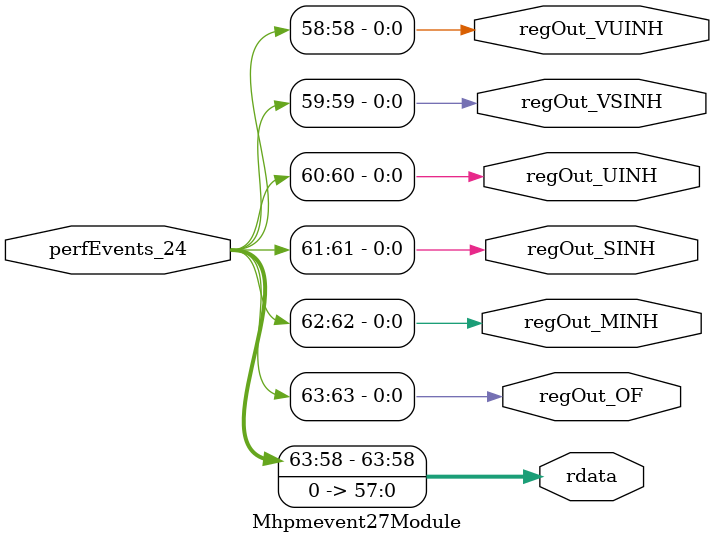
<source format=sv>
`ifndef RANDOMIZE
  `ifdef RANDOMIZE_MEM_INIT
    `define RANDOMIZE
  `endif // RANDOMIZE_MEM_INIT
`endif // not def RANDOMIZE
`ifndef RANDOMIZE
  `ifdef RANDOMIZE_REG_INIT
    `define RANDOMIZE
  `endif // RANDOMIZE_REG_INIT
`endif // not def RANDOMIZE

`ifndef RANDOM
  `define RANDOM $random
`endif // not def RANDOM

// Users can define INIT_RANDOM as general code that gets injected into the
// initializer block for modules with registers.
`ifndef INIT_RANDOM
  `define INIT_RANDOM
`endif // not def INIT_RANDOM

// If using random initialization, you can also define RANDOMIZE_DELAY to
// customize the delay used, otherwise 0.002 is used.
`ifndef RANDOMIZE_DELAY
  `define RANDOMIZE_DELAY 0.002
`endif // not def RANDOMIZE_DELAY

// Define INIT_RANDOM_PROLOG_ for use in our modules below.
`ifndef INIT_RANDOM_PROLOG_
  `ifdef RANDOMIZE
    `ifdef VERILATOR
      `define INIT_RANDOM_PROLOG_ `INIT_RANDOM
    `else  // VERILATOR
      `define INIT_RANDOM_PROLOG_ `INIT_RANDOM #`RANDOMIZE_DELAY begin end
    `endif // VERILATOR
  `else  // RANDOMIZE
    `define INIT_RANDOM_PROLOG_
  `endif // RANDOMIZE
`endif // not def INIT_RANDOM_PROLOG_

// Include register initializers in init blocks unless synthesis is set
`ifndef SYNTHESIS
  `ifndef ENABLE_INITIAL_REG_
    `define ENABLE_INITIAL_REG_
  `endif // not def ENABLE_INITIAL_REG_
`endif // not def SYNTHESIS

// Include rmemory initializers in init blocks unless synthesis is set
`ifndef SYNTHESIS
  `ifndef ENABLE_INITIAL_MEM_
    `define ENABLE_INITIAL_MEM_
  `endif // not def ENABLE_INITIAL_MEM_
`endif // not def SYNTHESIS

module Mhpmevent27Module(
  output [63:0] rdata,
  output        regOut_OF,
  output        regOut_MINH,
  output        regOut_SINH,
  output        regOut_UINH,
  output        regOut_VSINH,
  output        regOut_VUINH,
  input  [63:0] perfEvents_24
);

  assign rdata = {perfEvents_24[63:58], 58'h0};
  assign regOut_OF = perfEvents_24[63];
  assign regOut_MINH = perfEvents_24[62];
  assign regOut_SINH = perfEvents_24[61];
  assign regOut_UINH = perfEvents_24[60];
  assign regOut_VSINH = perfEvents_24[59];
  assign regOut_VUINH = perfEvents_24[58];
endmodule


</source>
